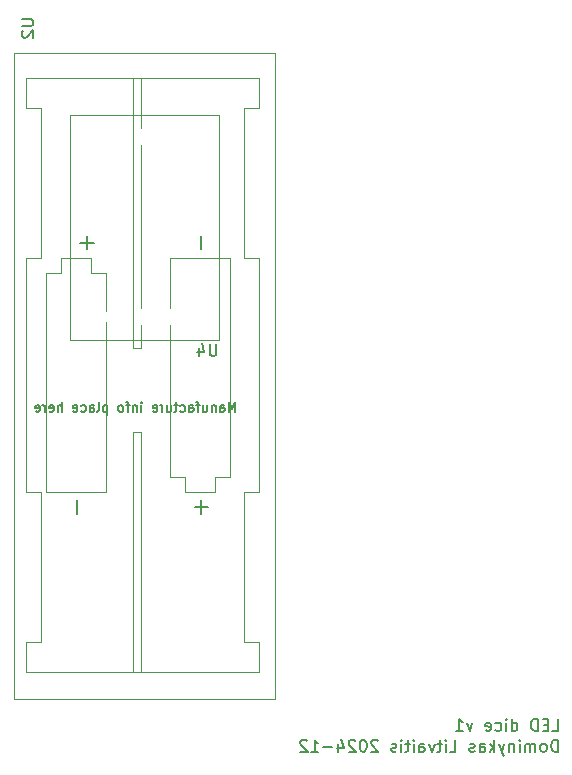
<source format=gbr>
%TF.GenerationSoftware,KiCad,Pcbnew,(6.0.11)*%
%TF.CreationDate,2024-12-29T21:24:03+02:00*%
%TF.ProjectId,LEDdice,4c454464-6963-4652-9e6b-696361645f70,rev?*%
%TF.SameCoordinates,Original*%
%TF.FileFunction,Legend,Bot*%
%TF.FilePolarity,Positive*%
%FSLAX46Y46*%
G04 Gerber Fmt 4.6, Leading zero omitted, Abs format (unit mm)*
G04 Created by KiCad (PCBNEW (6.0.11)) date 2024-12-29 21:24:03*
%MOMM*%
%LPD*%
G01*
G04 APERTURE LIST*
%ADD10C,0.200000*%
%ADD11C,0.150000*%
%ADD12C,0.120000*%
%ADD13O,1.700000X1.700000*%
%ADD14R,1.700000X1.700000*%
%ADD15R,1.524000X1.524000*%
%ADD16C,1.524000*%
%ADD17O,3.048000X1.850000*%
%ADD18R,5.000000X3.500000*%
G04 APERTURE END LIST*
D10*
X179634095Y-87229904D02*
X179634095Y-86429904D01*
X179367428Y-87001333D01*
X179100761Y-86429904D01*
X179100761Y-87229904D01*
X178376952Y-87229904D02*
X178376952Y-86810857D01*
X178415047Y-86734666D01*
X178491238Y-86696571D01*
X178643619Y-86696571D01*
X178719809Y-86734666D01*
X178376952Y-87191809D02*
X178453142Y-87229904D01*
X178643619Y-87229904D01*
X178719809Y-87191809D01*
X178757904Y-87115619D01*
X178757904Y-87039428D01*
X178719809Y-86963238D01*
X178643619Y-86925142D01*
X178453142Y-86925142D01*
X178376952Y-86887047D01*
X177996000Y-86696571D02*
X177996000Y-87229904D01*
X177996000Y-86772761D02*
X177957904Y-86734666D01*
X177881714Y-86696571D01*
X177767428Y-86696571D01*
X177691238Y-86734666D01*
X177653142Y-86810857D01*
X177653142Y-87229904D01*
X176929333Y-86696571D02*
X176929333Y-87229904D01*
X177272190Y-86696571D02*
X177272190Y-87115619D01*
X177234095Y-87191809D01*
X177157904Y-87229904D01*
X177043619Y-87229904D01*
X176967428Y-87191809D01*
X176929333Y-87153714D01*
X176662666Y-86696571D02*
X176357904Y-86696571D01*
X176548380Y-87229904D02*
X176548380Y-86544190D01*
X176510285Y-86468000D01*
X176434095Y-86429904D01*
X176357904Y-86429904D01*
X175748380Y-87229904D02*
X175748380Y-86810857D01*
X175786476Y-86734666D01*
X175862666Y-86696571D01*
X176015047Y-86696571D01*
X176091238Y-86734666D01*
X175748380Y-87191809D02*
X175824571Y-87229904D01*
X176015047Y-87229904D01*
X176091238Y-87191809D01*
X176129333Y-87115619D01*
X176129333Y-87039428D01*
X176091238Y-86963238D01*
X176015047Y-86925142D01*
X175824571Y-86925142D01*
X175748380Y-86887047D01*
X175024571Y-87191809D02*
X175100761Y-87229904D01*
X175253142Y-87229904D01*
X175329333Y-87191809D01*
X175367428Y-87153714D01*
X175405523Y-87077523D01*
X175405523Y-86848952D01*
X175367428Y-86772761D01*
X175329333Y-86734666D01*
X175253142Y-86696571D01*
X175100761Y-86696571D01*
X175024571Y-86734666D01*
X174796000Y-86696571D02*
X174491238Y-86696571D01*
X174681714Y-86429904D02*
X174681714Y-87115619D01*
X174643619Y-87191809D01*
X174567428Y-87229904D01*
X174491238Y-87229904D01*
X173881714Y-86696571D02*
X173881714Y-87229904D01*
X174224571Y-86696571D02*
X174224571Y-87115619D01*
X174186476Y-87191809D01*
X174110285Y-87229904D01*
X173996000Y-87229904D01*
X173919809Y-87191809D01*
X173881714Y-87153714D01*
X173500761Y-87229904D02*
X173500761Y-86696571D01*
X173500761Y-86848952D02*
X173462666Y-86772761D01*
X173424571Y-86734666D01*
X173348380Y-86696571D01*
X173272190Y-86696571D01*
X172700761Y-87191809D02*
X172776952Y-87229904D01*
X172929333Y-87229904D01*
X173005523Y-87191809D01*
X173043619Y-87115619D01*
X173043619Y-86810857D01*
X173005523Y-86734666D01*
X172929333Y-86696571D01*
X172776952Y-86696571D01*
X172700761Y-86734666D01*
X172662666Y-86810857D01*
X172662666Y-86887047D01*
X173043619Y-86963238D01*
X171710285Y-87229904D02*
X171710285Y-86696571D01*
X171710285Y-86429904D02*
X171748380Y-86468000D01*
X171710285Y-86506095D01*
X171672190Y-86468000D01*
X171710285Y-86429904D01*
X171710285Y-86506095D01*
X171329333Y-86696571D02*
X171329333Y-87229904D01*
X171329333Y-86772761D02*
X171291238Y-86734666D01*
X171215047Y-86696571D01*
X171100761Y-86696571D01*
X171024571Y-86734666D01*
X170986476Y-86810857D01*
X170986476Y-87229904D01*
X170719809Y-86696571D02*
X170415047Y-86696571D01*
X170605523Y-87229904D02*
X170605523Y-86544190D01*
X170567428Y-86468000D01*
X170491238Y-86429904D01*
X170415047Y-86429904D01*
X170034095Y-87229904D02*
X170110285Y-87191809D01*
X170148380Y-87153714D01*
X170186476Y-87077523D01*
X170186476Y-86848952D01*
X170148380Y-86772761D01*
X170110285Y-86734666D01*
X170034095Y-86696571D01*
X169919809Y-86696571D01*
X169843619Y-86734666D01*
X169805523Y-86772761D01*
X169767428Y-86848952D01*
X169767428Y-87077523D01*
X169805523Y-87153714D01*
X169843619Y-87191809D01*
X169919809Y-87229904D01*
X170034095Y-87229904D01*
X168815047Y-86696571D02*
X168815047Y-87496571D01*
X168815047Y-86734666D02*
X168738857Y-86696571D01*
X168586476Y-86696571D01*
X168510285Y-86734666D01*
X168472190Y-86772761D01*
X168434095Y-86848952D01*
X168434095Y-87077523D01*
X168472190Y-87153714D01*
X168510285Y-87191809D01*
X168586476Y-87229904D01*
X168738857Y-87229904D01*
X168815047Y-87191809D01*
X167976952Y-87229904D02*
X168053142Y-87191809D01*
X168091238Y-87115619D01*
X168091238Y-86429904D01*
X167329333Y-87229904D02*
X167329333Y-86810857D01*
X167367428Y-86734666D01*
X167443619Y-86696571D01*
X167596000Y-86696571D01*
X167672190Y-86734666D01*
X167329333Y-87191809D02*
X167405523Y-87229904D01*
X167596000Y-87229904D01*
X167672190Y-87191809D01*
X167710285Y-87115619D01*
X167710285Y-87039428D01*
X167672190Y-86963238D01*
X167596000Y-86925142D01*
X167405523Y-86925142D01*
X167329333Y-86887047D01*
X166605523Y-87191809D02*
X166681714Y-87229904D01*
X166834095Y-87229904D01*
X166910285Y-87191809D01*
X166948380Y-87153714D01*
X166986476Y-87077523D01*
X166986476Y-86848952D01*
X166948380Y-86772761D01*
X166910285Y-86734666D01*
X166834095Y-86696571D01*
X166681714Y-86696571D01*
X166605523Y-86734666D01*
X165957904Y-87191809D02*
X166034095Y-87229904D01*
X166186476Y-87229904D01*
X166262666Y-87191809D01*
X166300761Y-87115619D01*
X166300761Y-86810857D01*
X166262666Y-86734666D01*
X166186476Y-86696571D01*
X166034095Y-86696571D01*
X165957904Y-86734666D01*
X165919809Y-86810857D01*
X165919809Y-86887047D01*
X166300761Y-86963238D01*
X164967428Y-87229904D02*
X164967428Y-86429904D01*
X164624571Y-87229904D02*
X164624571Y-86810857D01*
X164662666Y-86734666D01*
X164738857Y-86696571D01*
X164853142Y-86696571D01*
X164929333Y-86734666D01*
X164967428Y-86772761D01*
X163938857Y-87191809D02*
X164015047Y-87229904D01*
X164167428Y-87229904D01*
X164243619Y-87191809D01*
X164281714Y-87115619D01*
X164281714Y-86810857D01*
X164243619Y-86734666D01*
X164167428Y-86696571D01*
X164015047Y-86696571D01*
X163938857Y-86734666D01*
X163900761Y-86810857D01*
X163900761Y-86887047D01*
X164281714Y-86963238D01*
X163557904Y-87229904D02*
X163557904Y-86696571D01*
X163557904Y-86848952D02*
X163519809Y-86772761D01*
X163481714Y-86734666D01*
X163405523Y-86696571D01*
X163329333Y-86696571D01*
X162757904Y-87191809D02*
X162834095Y-87229904D01*
X162986476Y-87229904D01*
X163062666Y-87191809D01*
X163100761Y-87115619D01*
X163100761Y-86810857D01*
X163062666Y-86734666D01*
X162986476Y-86696571D01*
X162834095Y-86696571D01*
X162757904Y-86734666D01*
X162719809Y-86810857D01*
X162719809Y-86887047D01*
X163100761Y-86963238D01*
D11*
X206501523Y-114244380D02*
X206977714Y-114244380D01*
X206977714Y-113244380D01*
X206168190Y-113720571D02*
X205834857Y-113720571D01*
X205692000Y-114244380D02*
X206168190Y-114244380D01*
X206168190Y-113244380D01*
X205692000Y-113244380D01*
X205263428Y-114244380D02*
X205263428Y-113244380D01*
X205025333Y-113244380D01*
X204882476Y-113292000D01*
X204787238Y-113387238D01*
X204739619Y-113482476D01*
X204692000Y-113672952D01*
X204692000Y-113815809D01*
X204739619Y-114006285D01*
X204787238Y-114101523D01*
X204882476Y-114196761D01*
X205025333Y-114244380D01*
X205263428Y-114244380D01*
X203072952Y-114244380D02*
X203072952Y-113244380D01*
X203072952Y-114196761D02*
X203168190Y-114244380D01*
X203358666Y-114244380D01*
X203453904Y-114196761D01*
X203501523Y-114149142D01*
X203549142Y-114053904D01*
X203549142Y-113768190D01*
X203501523Y-113672952D01*
X203453904Y-113625333D01*
X203358666Y-113577714D01*
X203168190Y-113577714D01*
X203072952Y-113625333D01*
X202596761Y-114244380D02*
X202596761Y-113577714D01*
X202596761Y-113244380D02*
X202644380Y-113292000D01*
X202596761Y-113339619D01*
X202549142Y-113292000D01*
X202596761Y-113244380D01*
X202596761Y-113339619D01*
X201692000Y-114196761D02*
X201787238Y-114244380D01*
X201977714Y-114244380D01*
X202072952Y-114196761D01*
X202120571Y-114149142D01*
X202168190Y-114053904D01*
X202168190Y-113768190D01*
X202120571Y-113672952D01*
X202072952Y-113625333D01*
X201977714Y-113577714D01*
X201787238Y-113577714D01*
X201692000Y-113625333D01*
X200882476Y-114196761D02*
X200977714Y-114244380D01*
X201168190Y-114244380D01*
X201263428Y-114196761D01*
X201311047Y-114101523D01*
X201311047Y-113720571D01*
X201263428Y-113625333D01*
X201168190Y-113577714D01*
X200977714Y-113577714D01*
X200882476Y-113625333D01*
X200834857Y-113720571D01*
X200834857Y-113815809D01*
X201311047Y-113911047D01*
X199739619Y-113577714D02*
X199501523Y-114244380D01*
X199263428Y-113577714D01*
X198358666Y-114244380D02*
X198930095Y-114244380D01*
X198644380Y-114244380D02*
X198644380Y-113244380D01*
X198739619Y-113387238D01*
X198834857Y-113482476D01*
X198930095Y-113530095D01*
X206968952Y-116022380D02*
X206968952Y-115022380D01*
X206730857Y-115022380D01*
X206588000Y-115070000D01*
X206492761Y-115165238D01*
X206445142Y-115260476D01*
X206397523Y-115450952D01*
X206397523Y-115593809D01*
X206445142Y-115784285D01*
X206492761Y-115879523D01*
X206588000Y-115974761D01*
X206730857Y-116022380D01*
X206968952Y-116022380D01*
X205826095Y-116022380D02*
X205921333Y-115974761D01*
X205968952Y-115927142D01*
X206016571Y-115831904D01*
X206016571Y-115546190D01*
X205968952Y-115450952D01*
X205921333Y-115403333D01*
X205826095Y-115355714D01*
X205683238Y-115355714D01*
X205588000Y-115403333D01*
X205540380Y-115450952D01*
X205492761Y-115546190D01*
X205492761Y-115831904D01*
X205540380Y-115927142D01*
X205588000Y-115974761D01*
X205683238Y-116022380D01*
X205826095Y-116022380D01*
X205064190Y-116022380D02*
X205064190Y-115355714D01*
X205064190Y-115450952D02*
X205016571Y-115403333D01*
X204921333Y-115355714D01*
X204778476Y-115355714D01*
X204683238Y-115403333D01*
X204635619Y-115498571D01*
X204635619Y-116022380D01*
X204635619Y-115498571D02*
X204588000Y-115403333D01*
X204492761Y-115355714D01*
X204349904Y-115355714D01*
X204254666Y-115403333D01*
X204207047Y-115498571D01*
X204207047Y-116022380D01*
X203730857Y-116022380D02*
X203730857Y-115355714D01*
X203730857Y-115022380D02*
X203778476Y-115070000D01*
X203730857Y-115117619D01*
X203683238Y-115070000D01*
X203730857Y-115022380D01*
X203730857Y-115117619D01*
X203254666Y-115355714D02*
X203254666Y-116022380D01*
X203254666Y-115450952D02*
X203207047Y-115403333D01*
X203111809Y-115355714D01*
X202968952Y-115355714D01*
X202873714Y-115403333D01*
X202826095Y-115498571D01*
X202826095Y-116022380D01*
X202445142Y-115355714D02*
X202207047Y-116022380D01*
X201968952Y-115355714D02*
X202207047Y-116022380D01*
X202302285Y-116260476D01*
X202349904Y-116308095D01*
X202445142Y-116355714D01*
X201588000Y-116022380D02*
X201588000Y-115022380D01*
X201492761Y-115641428D02*
X201207047Y-116022380D01*
X201207047Y-115355714D02*
X201588000Y-115736666D01*
X200349904Y-116022380D02*
X200349904Y-115498571D01*
X200397523Y-115403333D01*
X200492761Y-115355714D01*
X200683238Y-115355714D01*
X200778476Y-115403333D01*
X200349904Y-115974761D02*
X200445142Y-116022380D01*
X200683238Y-116022380D01*
X200778476Y-115974761D01*
X200826095Y-115879523D01*
X200826095Y-115784285D01*
X200778476Y-115689047D01*
X200683238Y-115641428D01*
X200445142Y-115641428D01*
X200349904Y-115593809D01*
X199921333Y-115974761D02*
X199826095Y-116022380D01*
X199635619Y-116022380D01*
X199540380Y-115974761D01*
X199492761Y-115879523D01*
X199492761Y-115831904D01*
X199540380Y-115736666D01*
X199635619Y-115689047D01*
X199778476Y-115689047D01*
X199873714Y-115641428D01*
X199921333Y-115546190D01*
X199921333Y-115498571D01*
X199873714Y-115403333D01*
X199778476Y-115355714D01*
X199635619Y-115355714D01*
X199540380Y-115403333D01*
X197826095Y-116022380D02*
X198302285Y-116022380D01*
X198302285Y-115022380D01*
X197492761Y-116022380D02*
X197492761Y-115355714D01*
X197492761Y-115022380D02*
X197540380Y-115070000D01*
X197492761Y-115117619D01*
X197445142Y-115070000D01*
X197492761Y-115022380D01*
X197492761Y-115117619D01*
X197159428Y-115355714D02*
X196778476Y-115355714D01*
X197016571Y-115022380D02*
X197016571Y-115879523D01*
X196968952Y-115974761D01*
X196873714Y-116022380D01*
X196778476Y-116022380D01*
X196540380Y-115355714D02*
X196302285Y-116022380D01*
X196064190Y-115355714D01*
X195254666Y-116022380D02*
X195254666Y-115498571D01*
X195302285Y-115403333D01*
X195397523Y-115355714D01*
X195588000Y-115355714D01*
X195683238Y-115403333D01*
X195254666Y-115974761D02*
X195349904Y-116022380D01*
X195588000Y-116022380D01*
X195683238Y-115974761D01*
X195730857Y-115879523D01*
X195730857Y-115784285D01*
X195683238Y-115689047D01*
X195588000Y-115641428D01*
X195349904Y-115641428D01*
X195254666Y-115593809D01*
X194778476Y-116022380D02*
X194778476Y-115355714D01*
X194778476Y-115022380D02*
X194826095Y-115070000D01*
X194778476Y-115117619D01*
X194730857Y-115070000D01*
X194778476Y-115022380D01*
X194778476Y-115117619D01*
X194445142Y-115355714D02*
X194064190Y-115355714D01*
X194302285Y-115022380D02*
X194302285Y-115879523D01*
X194254666Y-115974761D01*
X194159428Y-116022380D01*
X194064190Y-116022380D01*
X193730857Y-116022380D02*
X193730857Y-115355714D01*
X193730857Y-115022380D02*
X193778476Y-115070000D01*
X193730857Y-115117619D01*
X193683238Y-115070000D01*
X193730857Y-115022380D01*
X193730857Y-115117619D01*
X193302285Y-115974761D02*
X193207047Y-116022380D01*
X193016571Y-116022380D01*
X192921333Y-115974761D01*
X192873714Y-115879523D01*
X192873714Y-115831904D01*
X192921333Y-115736666D01*
X193016571Y-115689047D01*
X193159428Y-115689047D01*
X193254666Y-115641428D01*
X193302285Y-115546190D01*
X193302285Y-115498571D01*
X193254666Y-115403333D01*
X193159428Y-115355714D01*
X193016571Y-115355714D01*
X192921333Y-115403333D01*
X191730857Y-115117619D02*
X191683238Y-115070000D01*
X191588000Y-115022380D01*
X191349904Y-115022380D01*
X191254666Y-115070000D01*
X191207047Y-115117619D01*
X191159428Y-115212857D01*
X191159428Y-115308095D01*
X191207047Y-115450952D01*
X191778476Y-116022380D01*
X191159428Y-116022380D01*
X190540380Y-115022380D02*
X190445142Y-115022380D01*
X190349904Y-115070000D01*
X190302285Y-115117619D01*
X190254666Y-115212857D01*
X190207047Y-115403333D01*
X190207047Y-115641428D01*
X190254666Y-115831904D01*
X190302285Y-115927142D01*
X190349904Y-115974761D01*
X190445142Y-116022380D01*
X190540380Y-116022380D01*
X190635619Y-115974761D01*
X190683238Y-115927142D01*
X190730857Y-115831904D01*
X190778476Y-115641428D01*
X190778476Y-115403333D01*
X190730857Y-115212857D01*
X190683238Y-115117619D01*
X190635619Y-115070000D01*
X190540380Y-115022380D01*
X189826095Y-115117619D02*
X189778476Y-115070000D01*
X189683238Y-115022380D01*
X189445142Y-115022380D01*
X189349904Y-115070000D01*
X189302285Y-115117619D01*
X189254666Y-115212857D01*
X189254666Y-115308095D01*
X189302285Y-115450952D01*
X189873714Y-116022380D01*
X189254666Y-116022380D01*
X188397523Y-115355714D02*
X188397523Y-116022380D01*
X188635619Y-114974761D02*
X188873714Y-115689047D01*
X188254666Y-115689047D01*
X187873714Y-115641428D02*
X187111809Y-115641428D01*
X186111809Y-116022380D02*
X186683238Y-116022380D01*
X186397523Y-116022380D02*
X186397523Y-115022380D01*
X186492761Y-115165238D01*
X186588000Y-115260476D01*
X186683238Y-115308095D01*
X185730857Y-115117619D02*
X185683238Y-115070000D01*
X185588000Y-115022380D01*
X185349904Y-115022380D01*
X185254666Y-115070000D01*
X185207047Y-115117619D01*
X185159428Y-115212857D01*
X185159428Y-115308095D01*
X185207047Y-115450952D01*
X185778476Y-116022380D01*
X185159428Y-116022380D01*
%TO.C,U4*%
X178053904Y-81494380D02*
X178053904Y-82303904D01*
X178006285Y-82399142D01*
X177958666Y-82446761D01*
X177863428Y-82494380D01*
X177672952Y-82494380D01*
X177577714Y-82446761D01*
X177530095Y-82399142D01*
X177482476Y-82303904D01*
X177482476Y-81494380D01*
X176577714Y-81827714D02*
X176577714Y-82494380D01*
X176815809Y-81446761D02*
X177053904Y-82161047D01*
X176434857Y-82161047D01*
%TO.C,U2*%
X161564880Y-53988095D02*
X162374404Y-53988095D01*
X162469642Y-54035714D01*
X162517261Y-54083333D01*
X162564880Y-54178571D01*
X162564880Y-54369047D01*
X162517261Y-54464285D01*
X162469642Y-54511904D01*
X162374404Y-54559523D01*
X161564880Y-54559523D01*
X161660119Y-54988095D02*
X161612500Y-55035714D01*
X161564880Y-55130952D01*
X161564880Y-55369047D01*
X161612500Y-55464285D01*
X161660119Y-55511904D01*
X161755357Y-55559523D01*
X161850595Y-55559523D01*
X161993452Y-55511904D01*
X162564880Y-54940476D01*
X162564880Y-55559523D01*
X176789642Y-72338571D02*
X176789642Y-73481428D01*
X166259642Y-94743571D02*
X166259642Y-95886428D01*
X176789642Y-94738571D02*
X176789642Y-95881428D01*
X177361071Y-95310000D02*
X176218214Y-95310000D01*
X167089642Y-72338571D02*
X167089642Y-73481428D01*
X167661071Y-72910000D02*
X166518214Y-72910000D01*
D12*
%TO.C,U4*%
X178300000Y-62140000D02*
X178300000Y-81140000D01*
X178300000Y-81140000D02*
X166300000Y-81140000D01*
X166300000Y-62140000D02*
X165700000Y-62140000D01*
X165700000Y-62140000D02*
X165700000Y-81140000D01*
X178300000Y-62140000D02*
X166300000Y-62140000D01*
X166300000Y-81140000D02*
X165700000Y-81140000D01*
%TO.C,U2*%
X181682500Y-58950000D02*
X181682500Y-61490000D01*
X163612500Y-75455000D02*
X163612500Y-94045000D01*
X167422500Y-75455000D02*
X167422500Y-74185000D01*
X163172500Y-106740000D02*
X163172500Y-94040000D01*
X163172500Y-61480000D02*
X161902500Y-61480000D01*
X175412500Y-94040000D02*
X177952500Y-94040000D01*
X181682500Y-94050000D02*
X180412500Y-94050000D01*
X161902500Y-61480000D02*
X161902500Y-58940000D01*
X163172500Y-61480000D02*
X163172500Y-74180000D01*
X161902500Y-109280000D02*
X161902500Y-106740000D01*
X181682500Y-61490000D02*
X180412500Y-61490000D01*
X161902500Y-94040000D02*
X161902500Y-74180000D01*
X168692500Y-94045000D02*
X168692500Y-75455000D01*
X163612500Y-94045000D02*
X168692500Y-94045000D01*
X161902500Y-74180000D02*
X163172500Y-74180000D01*
X180412500Y-74190000D02*
X181682500Y-74190000D01*
X181682500Y-74190000D02*
X181682500Y-94050000D01*
X183012500Y-111550000D02*
X160957500Y-111550000D01*
X181682500Y-106750000D02*
X180412500Y-106750000D01*
X160962500Y-56850000D02*
X183012500Y-56850000D01*
X163172500Y-94040000D02*
X161902500Y-94040000D01*
X171012500Y-109280000D02*
X171012500Y-88960000D01*
X174142500Y-74180000D02*
X174142500Y-92770000D01*
X171012500Y-88960000D02*
X171712500Y-88960000D01*
X164882500Y-75455000D02*
X163612500Y-75455000D01*
X177952500Y-92770000D02*
X179222500Y-92770000D01*
X161902500Y-106740000D02*
X163172500Y-106740000D01*
X164882500Y-74185000D02*
X164882500Y-75455000D01*
X180412500Y-106750000D02*
X180412500Y-94050000D01*
X180412500Y-61490000D02*
X180412500Y-74190000D01*
X171012500Y-81800000D02*
X171712500Y-81800000D01*
X160957500Y-111550000D02*
X160957500Y-56850000D01*
X171712500Y-81800000D02*
X171712500Y-58940000D01*
X179222500Y-92770000D02*
X179222500Y-74180000D01*
X179222500Y-74180000D02*
X174142500Y-74180000D01*
X181682500Y-109290000D02*
X181682500Y-106750000D01*
X167422500Y-74185000D02*
X164882500Y-74185000D01*
X171712500Y-88960000D02*
X171712500Y-109280000D01*
X183012500Y-56850000D02*
X183012500Y-111550000D01*
X174142500Y-92770000D02*
X175412500Y-92770000D01*
X161902500Y-58940000D02*
X181682500Y-58950000D01*
X177952500Y-94040000D02*
X177952500Y-92770000D01*
X175412500Y-92770000D02*
X175412500Y-94040000D01*
X171012500Y-58940000D02*
X171012500Y-81800000D01*
X161902500Y-109280000D02*
X181682500Y-109290000D01*
X168692500Y-75455000D02*
X167422500Y-75455000D01*
%TD*%
%LPC*%
D13*
%TO.C,J2*%
X204000000Y-54610000D03*
X204000000Y-57150000D03*
X204000000Y-59690000D03*
D14*
X204000000Y-62230000D03*
%TD*%
D15*
%TO.C,U3*%
X193468000Y-54460000D03*
D16*
X193468000Y-57000000D03*
X193468000Y-59540000D03*
X198548000Y-59540000D03*
X198548000Y-57000000D03*
X198548000Y-54460000D03*
%TD*%
D14*
%TO.C,J1*%
X199136000Y-85598000D03*
D13*
X201676000Y-85598000D03*
X199136000Y-88138000D03*
X201676000Y-88138000D03*
X199136000Y-90678000D03*
X201676000Y-90678000D03*
%TD*%
D17*
%TO.C,Generate Number SW2*%
X178260000Y-98000000D03*
X165760000Y-98000000D03*
X178260000Y-103000000D03*
X165760000Y-103000000D03*
%TD*%
D16*
%TO.C,U4*%
X177040000Y-64000000D03*
X174500000Y-64000000D03*
X171960000Y-64000000D03*
X169420000Y-64000000D03*
X166880000Y-64000000D03*
X166880000Y-79240000D03*
X169420000Y-79240000D03*
X171960000Y-79240000D03*
X174500000Y-79240000D03*
D15*
X177040000Y-79240000D03*
%TD*%
D18*
%TO.C,U2*%
X177512500Y-54950000D03*
X177512500Y-113450000D03*
X166512500Y-113450000D03*
X166512500Y-54950000D03*
%TD*%
D14*
%TO.C,J3*%
X190246000Y-84328000D03*
D13*
X190246000Y-86868000D03*
X190246000Y-89408000D03*
X190246000Y-91948000D03*
%TD*%
M02*

</source>
